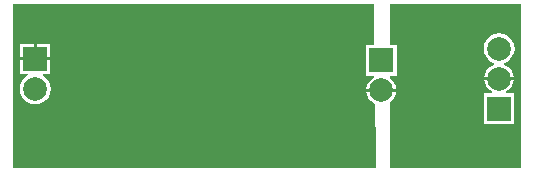
<source format=gbl>
G04 Layer_Physical_Order=2*
G04 Layer_Color=16711680*
%FSLAX25Y25*%
%MOIN*%
G70*
G01*
G75*
%ADD23C,0.07874*%
%ADD24R,0.07874X0.07874*%
%ADD25C,0.03937*%
G36*
X170938Y55909D02*
Y1405D01*
X127362D01*
X127362Y23382D01*
X127832Y23743D01*
X128623Y24774D01*
X129121Y25975D01*
X129225Y26764D01*
X124311D01*
X119397D01*
X119501Y25975D01*
X119999Y24774D01*
X120790Y23743D01*
X121821Y22951D01*
X122369Y22724D01*
X122638Y7579D01*
X122638Y6201D01*
Y1405D01*
X1806D01*
X1478Y1783D01*
X1673Y3150D01*
Y46555D01*
Y55978D01*
X11122Y56004D01*
X36976Y56075D01*
X121850D01*
Y51968D01*
X122014Y42739D01*
X121664Y42382D01*
X119193D01*
Y32146D01*
X121889D01*
X121989Y31646D01*
X121821Y31576D01*
X120790Y30785D01*
X119999Y29754D01*
X119501Y28553D01*
X119397Y27764D01*
X124311D01*
X129225D01*
X129121Y28553D01*
X128623Y29754D01*
X127832Y30785D01*
X127362Y31146D01*
Y32146D01*
X129429D01*
Y42382D01*
X127362D01*
Y56075D01*
X169436D01*
X170938Y55909D01*
D02*
G37*
%LPC*%
G36*
X13894Y37256D02*
X8957D01*
X4020D01*
Y32819D01*
X6499D01*
X6598Y32319D01*
X6375Y32227D01*
X5306Y31406D01*
X4486Y30337D01*
X3970Y29092D01*
X3794Y27756D01*
X3970Y26420D01*
X4486Y25175D01*
X5306Y24106D01*
X6375Y23285D01*
X7621Y22770D01*
X8957Y22594D01*
X10293Y22770D01*
X11538Y23285D01*
X12607Y24106D01*
X13427Y25175D01*
X13943Y26420D01*
X14119Y27756D01*
X13943Y29092D01*
X13427Y30337D01*
X12607Y31406D01*
X11538Y32227D01*
X11315Y32319D01*
X11414Y32819D01*
X13894D01*
Y37256D01*
D02*
G37*
G36*
X168497Y30701D02*
X163583D01*
X158669D01*
X158773Y29912D01*
X159270Y28711D01*
X160062Y27680D01*
X161093Y26888D01*
X161260Y26819D01*
X161161Y26319D01*
X158465D01*
Y16083D01*
X168701D01*
Y26319D01*
X166004D01*
X165905Y26819D01*
X166072Y26888D01*
X167104Y27680D01*
X167895Y28711D01*
X168393Y29912D01*
X168497Y30701D01*
D02*
G37*
G36*
X13894Y42693D02*
X9457D01*
Y38256D01*
X13894D01*
Y42693D01*
D02*
G37*
G36*
X8457D02*
X4020D01*
Y38256D01*
X8457D01*
Y42693D01*
D02*
G37*
G36*
X163583Y46363D02*
X162247Y46187D01*
X161002Y45671D01*
X159932Y44851D01*
X159112Y43782D01*
X158596Y42537D01*
X158420Y41201D01*
X158596Y39865D01*
X159112Y38620D01*
X159932Y37551D01*
X161002Y36730D01*
X161863Y36373D01*
Y35832D01*
X161093Y35513D01*
X160062Y34722D01*
X159270Y33691D01*
X158773Y32490D01*
X158669Y31701D01*
X163583D01*
X168497D01*
X168393Y32490D01*
X167895Y33691D01*
X167104Y34722D01*
X166072Y35513D01*
X165303Y35832D01*
Y36373D01*
X166164Y36730D01*
X167233Y37551D01*
X168053Y38620D01*
X168569Y39865D01*
X168745Y41201D01*
X168569Y42537D01*
X168053Y43782D01*
X167233Y44851D01*
X166164Y45671D01*
X164919Y46187D01*
X163583Y46363D01*
D02*
G37*
%LPD*%
D23*
X8957Y27756D02*
D03*
X124311Y27264D02*
D03*
X163583Y41201D02*
D03*
Y31201D02*
D03*
D24*
X8957Y37756D02*
D03*
X124311Y37264D02*
D03*
X163583Y21201D02*
D03*
D25*
X166732Y52067D02*
D03*
Y9547D02*
D03*
X159645Y52067D02*
D03*
Y9547D02*
D03*
X152559Y52067D02*
D03*
Y16634D02*
D03*
Y9547D02*
D03*
X145472D02*
D03*
X138385Y16634D02*
D03*
Y9547D02*
D03*
X131299Y52067D02*
D03*
Y44980D02*
D03*
Y23720D02*
D03*
Y16634D02*
D03*
Y9547D02*
D03*
X117126Y52067D02*
D03*
Y44980D02*
D03*
Y37894D02*
D03*
Y23720D02*
D03*
Y16634D02*
D03*
Y9547D02*
D03*
X110039Y52067D02*
D03*
Y16634D02*
D03*
Y9547D02*
D03*
X102953Y52067D02*
D03*
Y44980D02*
D03*
Y16634D02*
D03*
Y9547D02*
D03*
X95866Y52067D02*
D03*
Y44980D02*
D03*
Y37894D02*
D03*
Y16634D02*
D03*
Y9547D02*
D03*
X88779Y52067D02*
D03*
Y44980D02*
D03*
Y37894D02*
D03*
Y16634D02*
D03*
Y9547D02*
D03*
X81693Y52067D02*
D03*
Y44980D02*
D03*
Y16634D02*
D03*
Y9547D02*
D03*
X74606Y52067D02*
D03*
Y44980D02*
D03*
Y37894D02*
D03*
Y16634D02*
D03*
Y9547D02*
D03*
X67519Y52067D02*
D03*
Y44980D02*
D03*
Y16634D02*
D03*
Y9547D02*
D03*
X60433Y52067D02*
D03*
Y16634D02*
D03*
Y9547D02*
D03*
X53346Y44980D02*
D03*
X32086Y52067D02*
D03*
Y44980D02*
D03*
X25000Y52067D02*
D03*
Y44980D02*
D03*
Y16634D02*
D03*
Y9547D02*
D03*
X17913Y52067D02*
D03*
Y44980D02*
D03*
Y16634D02*
D03*
Y9547D02*
D03*
X10826Y52067D02*
D03*
Y44980D02*
D03*
Y16634D02*
D03*
Y9547D02*
D03*
X3740Y52067D02*
D03*
Y44980D02*
D03*
Y16634D02*
D03*
Y9547D02*
D03*
M02*

</source>
